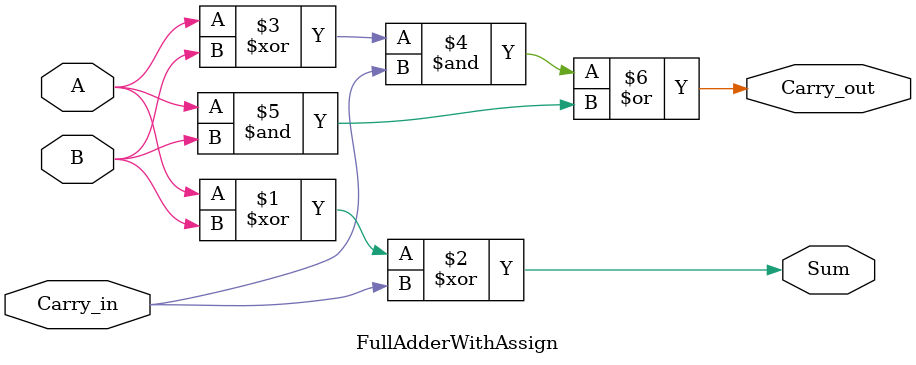
<source format=v>
module FullAdderWithAssign(
input A,
input B,
input Carry_in,
output Sum,
output Carry_out
);
    assign Sum = {((A^B)^Carry_in)};
    assign Carry_out = (((A^B)&Carry_in)|(A&B));
endmodule
</source>
